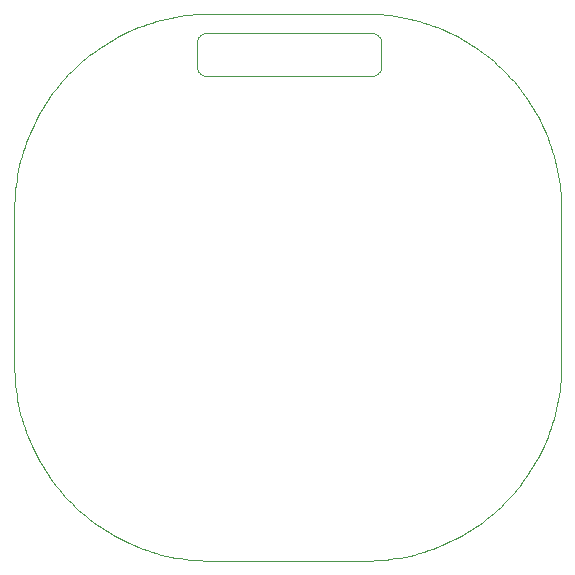
<source format=gbr>
G04 #@! TF.GenerationSoftware,KiCad,Pcbnew,(5.1.5)-3*
G04 #@! TF.CreationDate,2020-02-02T01:24:49-05:00*
G04 #@! TF.ProjectId,Make717-PCBWay,4d616b65-3731-4372-9d50-43425761792e,rev?*
G04 #@! TF.SameCoordinates,Original*
G04 #@! TF.FileFunction,Profile,NP*
%FSLAX46Y46*%
G04 Gerber Fmt 4.6, Leading zero omitted, Abs format (unit mm)*
G04 Created by KiCad (PCBNEW (5.1.5)-3) date 2020-02-02 01:24:49*
%MOMM*%
%LPD*%
G04 APERTURE LIST*
%ADD10C,0.100000*%
G04 APERTURE END LIST*
D10*
X117587500Y-88900350D02*
X117592910Y-88472654D01*
X117592910Y-88472654D02*
X117609060Y-88047626D01*
X117609060Y-88047626D02*
X117635817Y-87625397D01*
X117635817Y-87625397D02*
X117673051Y-87206097D01*
X117673051Y-87206097D02*
X117720632Y-86789855D01*
X117720632Y-86789855D02*
X117778430Y-86376803D01*
X117778430Y-86376803D02*
X117846314Y-85967069D01*
X117846314Y-85967069D02*
X117924155Y-85560786D01*
X117924155Y-85560786D02*
X118011823Y-85158081D01*
X118011823Y-85158081D02*
X118109187Y-84759085D01*
X118109187Y-84759085D02*
X118216117Y-84363930D01*
X118216117Y-84363930D02*
X118332483Y-83972745D01*
X118332483Y-83972745D02*
X118458154Y-83585659D01*
X118458154Y-83585659D02*
X118593002Y-83202804D01*
X118593002Y-83202804D02*
X118736895Y-82824309D01*
X118736895Y-82824309D02*
X118889703Y-82450304D01*
X118889703Y-82450304D02*
X119051297Y-82080920D01*
X119051297Y-82080920D02*
X119221545Y-81716287D01*
X119221545Y-81716287D02*
X119400319Y-81356534D01*
X119400319Y-81356534D02*
X119587488Y-81001793D01*
X119587488Y-81001793D02*
X119782921Y-80652193D01*
X119782921Y-80652193D02*
X119986488Y-80307864D01*
X119986488Y-80307864D02*
X120198060Y-79968937D01*
X120198060Y-79968937D02*
X120417507Y-79635541D01*
X120417507Y-79635541D02*
X120644697Y-79307807D01*
X120644697Y-79307807D02*
X120879501Y-78985864D01*
X120879501Y-78985864D02*
X121121789Y-78669844D01*
X121121789Y-78669844D02*
X121371431Y-78359876D01*
X121371431Y-78359876D02*
X121628296Y-78056091D01*
X121628296Y-78056091D02*
X121892255Y-77758618D01*
X121892255Y-77758618D02*
X122163176Y-77467587D01*
X122163176Y-77467587D02*
X122440931Y-77183129D01*
X122440931Y-77183129D02*
X122725389Y-76905375D01*
X122725389Y-76905375D02*
X123016419Y-76634453D01*
X123016419Y-76634453D02*
X123313893Y-76370494D01*
X123313893Y-76370494D02*
X123617678Y-76113629D01*
X123617678Y-76113629D02*
X123927646Y-75863987D01*
X123927646Y-75863987D02*
X124243666Y-75621699D01*
X124243666Y-75621699D02*
X124565608Y-75386895D01*
X124565608Y-75386895D02*
X124893343Y-75159705D01*
X124893343Y-75159705D02*
X125226738Y-74940259D01*
X125226738Y-74940259D02*
X125565666Y-74728687D01*
X125565666Y-74728687D02*
X125909995Y-74525119D01*
X125909995Y-74525119D02*
X126259595Y-74329686D01*
X126259595Y-74329686D02*
X126614337Y-74142518D01*
X126614337Y-74142518D02*
X126974089Y-73963744D01*
X126974089Y-73963744D02*
X127338723Y-73793495D01*
X127338723Y-73793495D02*
X127708107Y-73631902D01*
X127708107Y-73631902D02*
X128082112Y-73479094D01*
X128082112Y-73479094D02*
X128460607Y-73335201D01*
X128460607Y-73335201D02*
X128843462Y-73200353D01*
X128843462Y-73200353D02*
X129230547Y-73074682D01*
X129230547Y-73074682D02*
X129621733Y-72958316D01*
X129621733Y-72958316D02*
X130016888Y-72851386D01*
X130016888Y-72851386D02*
X130415884Y-72754026D01*
X130415884Y-72754026D02*
X130818588Y-72666356D01*
X130818588Y-72666356D02*
X131224872Y-72588516D01*
X131224872Y-72588516D02*
X131634606Y-72520626D01*
X131634606Y-72520626D02*
X132047657Y-72462826D01*
X132047657Y-72462826D02*
X132463898Y-72415246D01*
X132463898Y-72415246D02*
X132883199Y-72378016D01*
X132883199Y-72378016D02*
X133305429Y-72351256D01*
X133305429Y-72351256D02*
X133730456Y-72335106D01*
X133730456Y-72335106D02*
X134158152Y-72329706D01*
X134158152Y-72329706D02*
X147325731Y-72329706D01*
X147325731Y-72329706D02*
X147753427Y-72335106D01*
X147753427Y-72335106D02*
X148178454Y-72351256D01*
X148178454Y-72351256D02*
X148600684Y-72378016D01*
X148600684Y-72378016D02*
X149019984Y-72415246D01*
X149019984Y-72415246D02*
X149436225Y-72462826D01*
X149436225Y-72462826D02*
X149849277Y-72520626D01*
X149849277Y-72520626D02*
X150259011Y-72588516D01*
X150259011Y-72588516D02*
X150665295Y-72666356D01*
X150665295Y-72666356D02*
X151067999Y-72754026D01*
X151067999Y-72754026D02*
X151466994Y-72851386D01*
X151466994Y-72851386D02*
X151862150Y-72958316D01*
X151862150Y-72958316D02*
X152253335Y-73074682D01*
X152253335Y-73074682D02*
X152640420Y-73200354D01*
X152640420Y-73200354D02*
X153023276Y-73335201D01*
X153023276Y-73335201D02*
X153401771Y-73479094D01*
X153401771Y-73479094D02*
X153775776Y-73631902D01*
X153775776Y-73631902D02*
X154145159Y-73793496D01*
X154145159Y-73793496D02*
X154509793Y-73963744D01*
X154509793Y-73963744D02*
X154869545Y-74142518D01*
X154869545Y-74142518D02*
X155224287Y-74329686D01*
X155224287Y-74329686D02*
X155573887Y-74525119D01*
X155573887Y-74525119D02*
X155918216Y-74728687D01*
X155918216Y-74728687D02*
X156257143Y-74940259D01*
X156257143Y-74940259D02*
X156590539Y-75159705D01*
X156590539Y-75159705D02*
X156918273Y-75386896D01*
X156918273Y-75386896D02*
X157240215Y-75621700D01*
X157240215Y-75621700D02*
X157556235Y-75863988D01*
X157556235Y-75863988D02*
X157866203Y-76113629D01*
X157866203Y-76113629D02*
X158169989Y-76370495D01*
X158169989Y-76370495D02*
X158467462Y-76634453D01*
X158467462Y-76634453D02*
X158758493Y-76905375D01*
X158758493Y-76905375D02*
X159042950Y-77183130D01*
X159042950Y-77183130D02*
X159320705Y-77467588D01*
X159320705Y-77467588D02*
X159591627Y-77758618D01*
X159591627Y-77758618D02*
X159855585Y-78056091D01*
X159855585Y-78056091D02*
X160112450Y-78359877D01*
X160112450Y-78359877D02*
X160362092Y-78669845D01*
X160362092Y-78669845D02*
X160604380Y-78985865D01*
X160604380Y-78985865D02*
X160839184Y-79307807D01*
X160839184Y-79307807D02*
X161066374Y-79635541D01*
X161066374Y-79635541D02*
X161285821Y-79968937D01*
X161285821Y-79968937D02*
X161497393Y-80307864D01*
X161497393Y-80307864D02*
X161700960Y-80652193D01*
X161700960Y-80652193D02*
X161896393Y-81001794D01*
X161896393Y-81001794D02*
X162083562Y-81356535D01*
X162083562Y-81356535D02*
X162262335Y-81716287D01*
X162262335Y-81716287D02*
X162432584Y-82080920D01*
X162432584Y-82080920D02*
X162594178Y-82450304D01*
X162594178Y-82450304D02*
X162746986Y-82824309D01*
X162746986Y-82824309D02*
X162890879Y-83202804D01*
X162890879Y-83202804D02*
X163025727Y-83585659D01*
X163025727Y-83585659D02*
X163151398Y-83972745D01*
X163151398Y-83972745D02*
X163267764Y-84363930D01*
X163267764Y-84363930D02*
X163374694Y-84759086D01*
X163374694Y-84759086D02*
X163472054Y-85158081D01*
X163472054Y-85158081D02*
X163559724Y-85560785D01*
X163559724Y-85560785D02*
X163637564Y-85967070D01*
X163637564Y-85967070D02*
X163705444Y-86376803D01*
X163705444Y-86376803D02*
X163763244Y-86789855D01*
X163763244Y-86789855D02*
X163810824Y-87206097D01*
X163810824Y-87206097D02*
X163848054Y-87625397D01*
X163848054Y-87625397D02*
X163874814Y-88047626D01*
X163874814Y-88047626D02*
X163890964Y-88472654D01*
X163890964Y-88472654D02*
X163896364Y-88900350D01*
X163896364Y-88900350D02*
X163896364Y-102067924D01*
X163896364Y-102067924D02*
X163890964Y-102495620D01*
X163890964Y-102495620D02*
X163874814Y-102920648D01*
X163874814Y-102920648D02*
X163848054Y-103342877D01*
X163848054Y-103342877D02*
X163810824Y-103762177D01*
X163810824Y-103762177D02*
X163763244Y-104178418D01*
X163763244Y-104178418D02*
X163705444Y-104591471D01*
X163705444Y-104591471D02*
X163637564Y-105001204D01*
X163637564Y-105001204D02*
X163559724Y-105407488D01*
X163559724Y-105407488D02*
X163472054Y-105810192D01*
X163472054Y-105810192D02*
X163374694Y-106209187D01*
X163374694Y-106209187D02*
X163267764Y-106604343D01*
X163267764Y-106604343D02*
X163151399Y-106995528D01*
X163151399Y-106995528D02*
X163025727Y-107382614D01*
X163025727Y-107382614D02*
X162890879Y-107765469D01*
X162890879Y-107765469D02*
X162746987Y-108143964D01*
X162746987Y-108143964D02*
X162594178Y-108517968D01*
X162594178Y-108517968D02*
X162432584Y-108887352D01*
X162432584Y-108887352D02*
X162262335Y-109251985D01*
X162262335Y-109251985D02*
X162083562Y-109611738D01*
X162083562Y-109611738D02*
X161896393Y-109966479D01*
X161896393Y-109966479D02*
X161700960Y-110316079D01*
X161700960Y-110316079D02*
X161497393Y-110660408D01*
X161497393Y-110660408D02*
X161285821Y-110999335D01*
X161285821Y-110999335D02*
X161066374Y-111332731D01*
X161066374Y-111332731D02*
X160839184Y-111660465D01*
X160839184Y-111660465D02*
X160604380Y-111982407D01*
X160604380Y-111982407D02*
X160362092Y-112298427D01*
X160362092Y-112298427D02*
X160112450Y-112608395D01*
X160112450Y-112608395D02*
X159855585Y-112912180D01*
X159855585Y-112912180D02*
X159591627Y-113209654D01*
X159591627Y-113209654D02*
X159320705Y-113500684D01*
X159320705Y-113500684D02*
X159042950Y-113785142D01*
X159042950Y-113785142D02*
X158758492Y-114062896D01*
X158758492Y-114062896D02*
X158467462Y-114333818D01*
X158467462Y-114333818D02*
X158169989Y-114597776D01*
X158169989Y-114597776D02*
X157866203Y-114854642D01*
X157866203Y-114854642D02*
X157556235Y-115104283D01*
X157556235Y-115104283D02*
X157240215Y-115346571D01*
X157240215Y-115346571D02*
X156918273Y-115581375D01*
X156918273Y-115581375D02*
X156590539Y-115808565D01*
X156590539Y-115808565D02*
X156257143Y-116028012D01*
X156257143Y-116028012D02*
X155918216Y-116239584D01*
X155918216Y-116239584D02*
X155573887Y-116443151D01*
X155573887Y-116443151D02*
X155224287Y-116638584D01*
X155224287Y-116638584D02*
X154869546Y-116825753D01*
X154869546Y-116825753D02*
X154509793Y-117004526D01*
X154509793Y-117004526D02*
X154145160Y-117174775D01*
X154145160Y-117174775D02*
X153775776Y-117336368D01*
X153775776Y-117336368D02*
X153401772Y-117489176D01*
X153401772Y-117489176D02*
X153023277Y-117633069D01*
X153023277Y-117633069D02*
X152640422Y-117767917D01*
X152640422Y-117767917D02*
X152253337Y-117893588D01*
X152253337Y-117893588D02*
X151862151Y-118009954D01*
X151862151Y-118009954D02*
X151466996Y-118116884D01*
X151466996Y-118116884D02*
X151068001Y-118214244D01*
X151068001Y-118214244D02*
X150665296Y-118301914D01*
X150665296Y-118301914D02*
X150259012Y-118379754D01*
X150259012Y-118379754D02*
X149849279Y-118447644D01*
X149849279Y-118447644D02*
X149436226Y-118505444D01*
X149436226Y-118505444D02*
X149019985Y-118553024D01*
X149019985Y-118553024D02*
X148600685Y-118590254D01*
X148600685Y-118590254D02*
X148178456Y-118617004D01*
X148178456Y-118617004D02*
X147753428Y-118633154D01*
X147753428Y-118633154D02*
X147325733Y-118638554D01*
X147325733Y-118638554D02*
X134158154Y-118638554D01*
X134158154Y-118638554D02*
X133730458Y-118633154D01*
X133730458Y-118633154D02*
X133305430Y-118617004D01*
X133305430Y-118617004D02*
X132883202Y-118590254D01*
X132883202Y-118590254D02*
X132463901Y-118553024D01*
X132463901Y-118553024D02*
X132047660Y-118505444D01*
X132047660Y-118505444D02*
X131634607Y-118447644D01*
X131634607Y-118447644D02*
X131224873Y-118379764D01*
X131224873Y-118379764D02*
X130818589Y-118301924D01*
X130818589Y-118301924D02*
X130415885Y-118214254D01*
X130415885Y-118214254D02*
X130016890Y-118116885D01*
X130016890Y-118116885D02*
X129621734Y-118009954D01*
X129621734Y-118009954D02*
X129230549Y-117893589D01*
X129230549Y-117893589D02*
X128843463Y-117767917D01*
X128843463Y-117767917D02*
X128460608Y-117633070D01*
X128460608Y-117633070D02*
X128082113Y-117489177D01*
X128082113Y-117489177D02*
X127708108Y-117336369D01*
X127708108Y-117336369D02*
X127338724Y-117174775D01*
X127338724Y-117174775D02*
X126974091Y-117004526D01*
X126974091Y-117004526D02*
X126614339Y-116825753D01*
X126614339Y-116825753D02*
X126259598Y-116638585D01*
X126259598Y-116638585D02*
X125909998Y-116443152D01*
X125909998Y-116443152D02*
X125565668Y-116239584D01*
X125565668Y-116239584D02*
X125226741Y-116028012D01*
X125226741Y-116028012D02*
X124893345Y-115808566D01*
X124893345Y-115808566D02*
X124565611Y-115581376D01*
X124565611Y-115581376D02*
X124243669Y-115346572D01*
X124243669Y-115346572D02*
X123927649Y-115104284D01*
X123927649Y-115104284D02*
X123617681Y-114854642D01*
X123617681Y-114854642D02*
X123313895Y-114597777D01*
X123313895Y-114597777D02*
X123016422Y-114333819D01*
X123016422Y-114333819D02*
X122725392Y-114062897D01*
X122725392Y-114062897D02*
X122440934Y-113785142D01*
X122440934Y-113785142D02*
X122163179Y-113500685D01*
X122163179Y-113500685D02*
X121892257Y-113209654D01*
X121892257Y-113209654D02*
X121628299Y-112912181D01*
X121628299Y-112912181D02*
X121371434Y-112608396D01*
X121371434Y-112608396D02*
X121121792Y-112298428D01*
X121121792Y-112298428D02*
X120879504Y-111982408D01*
X120879504Y-111982408D02*
X120644700Y-111660466D01*
X120644700Y-111660466D02*
X120417509Y-111332732D01*
X120417509Y-111332732D02*
X120198063Y-110999336D01*
X120198063Y-110999336D02*
X119986491Y-110660409D01*
X119986491Y-110660409D02*
X119782923Y-110316080D01*
X119782923Y-110316080D02*
X119587490Y-109966480D01*
X119587490Y-109966480D02*
X119400322Y-109611738D01*
X119400322Y-109611738D02*
X119221548Y-109251986D01*
X119221548Y-109251986D02*
X119051299Y-108887353D01*
X119051299Y-108887353D02*
X118889706Y-108517969D01*
X118889706Y-108517969D02*
X118736897Y-108143964D01*
X118736897Y-108143964D02*
X118593004Y-107765470D01*
X118593004Y-107765470D02*
X118458157Y-107382614D01*
X118458157Y-107382614D02*
X118332485Y-106995529D01*
X118332485Y-106995529D02*
X118216119Y-106604343D01*
X118216119Y-106604343D02*
X118109189Y-106209188D01*
X118109189Y-106209188D02*
X118011825Y-105810193D01*
X118011825Y-105810193D02*
X117924158Y-105407488D01*
X117924158Y-105407488D02*
X117846317Y-105001204D01*
X117846317Y-105001204D02*
X117778432Y-104591471D01*
X117778432Y-104591471D02*
X117720634Y-104178418D01*
X117720634Y-104178418D02*
X117673053Y-103762177D01*
X117673053Y-103762177D02*
X117635819Y-103342877D01*
X117635819Y-103342877D02*
X117609062Y-102920648D01*
X117609062Y-102920648D02*
X117592912Y-102495620D01*
X117592912Y-102495620D02*
X117587500Y-102067925D01*
X117587500Y-102067925D02*
X117587500Y-88900350D01*
X117587500Y-88900350D02*
X117587500Y-88900350D01*
X133038138Y-74798387D02*
X133042238Y-74714827D01*
X133042238Y-74714827D02*
X133054498Y-74632677D01*
X133054498Y-74632677D02*
X133074648Y-74552497D01*
X133074648Y-74552497D02*
X133102458Y-74474847D01*
X133102458Y-74474847D02*
X133137698Y-74400277D01*
X133137698Y-74400277D02*
X133180148Y-74329337D01*
X133180148Y-74329337D02*
X133229568Y-74262587D01*
X133229568Y-74262587D02*
X133285728Y-74200577D01*
X133285728Y-74200577D02*
X133347738Y-74144417D01*
X133347738Y-74144417D02*
X133414488Y-74094997D01*
X133414488Y-74094997D02*
X133485428Y-74052547D01*
X133485428Y-74052547D02*
X133559998Y-74017307D01*
X133559998Y-74017307D02*
X133637648Y-73989497D01*
X133637648Y-73989497D02*
X133717828Y-73969347D01*
X133717828Y-73969347D02*
X133799978Y-73957087D01*
X133799978Y-73957087D02*
X133883538Y-73952987D01*
X133883538Y-73952987D02*
X147817012Y-73952987D01*
X147817012Y-73952987D02*
X147900572Y-73957087D01*
X147900572Y-73957087D02*
X147982722Y-73969347D01*
X147982722Y-73969347D02*
X148062902Y-73989497D01*
X148062902Y-73989497D02*
X148140552Y-74017307D01*
X148140552Y-74017307D02*
X148215122Y-74052547D01*
X148215122Y-74052547D02*
X148286062Y-74094997D01*
X148286062Y-74094997D02*
X148352812Y-74144417D01*
X148352812Y-74144417D02*
X148414822Y-74200577D01*
X148414822Y-74200577D02*
X148470982Y-74262587D01*
X148470982Y-74262587D02*
X148520402Y-74329337D01*
X148520402Y-74329337D02*
X148562852Y-74400277D01*
X148562852Y-74400277D02*
X148598092Y-74474847D01*
X148598092Y-74474847D02*
X148625902Y-74552497D01*
X148625902Y-74552497D02*
X148646052Y-74632677D01*
X148646052Y-74632677D02*
X148658312Y-74714827D01*
X148658312Y-74714827D02*
X148662412Y-74798387D01*
X148662412Y-74798387D02*
X148662412Y-76759810D01*
X148662412Y-76759810D02*
X148658312Y-76843370D01*
X148658312Y-76843370D02*
X148646052Y-76925520D01*
X148646052Y-76925520D02*
X148625902Y-77005700D01*
X148625902Y-77005700D02*
X148598092Y-77083350D01*
X148598092Y-77083350D02*
X148562852Y-77157920D01*
X148562852Y-77157920D02*
X148520402Y-77228860D01*
X148520402Y-77228860D02*
X148470982Y-77295610D01*
X148470982Y-77295610D02*
X148414822Y-77357620D01*
X148414822Y-77357620D02*
X148352812Y-77413780D01*
X148352812Y-77413780D02*
X148286062Y-77463200D01*
X148286062Y-77463200D02*
X148215122Y-77505650D01*
X148215122Y-77505650D02*
X148140552Y-77540890D01*
X148140552Y-77540890D02*
X148062902Y-77568700D01*
X148062902Y-77568700D02*
X147982722Y-77588850D01*
X147982722Y-77588850D02*
X147900572Y-77601110D01*
X147900572Y-77601110D02*
X147817012Y-77605210D01*
X147817012Y-77605210D02*
X133883580Y-77605210D01*
X133883580Y-77605210D02*
X133800020Y-77601110D01*
X133800020Y-77601110D02*
X133717870Y-77588850D01*
X133717870Y-77588850D02*
X133637690Y-77568700D01*
X133637690Y-77568700D02*
X133560040Y-77540890D01*
X133560040Y-77540890D02*
X133485470Y-77505650D01*
X133485470Y-77505650D02*
X133414530Y-77463200D01*
X133414530Y-77463200D02*
X133347780Y-77413780D01*
X133347780Y-77413780D02*
X133285770Y-77357620D01*
X133285770Y-77357620D02*
X133229610Y-77295610D01*
X133229610Y-77295610D02*
X133180190Y-77228860D01*
X133180190Y-77228860D02*
X133137740Y-77157920D01*
X133137740Y-77157920D02*
X133102500Y-77083350D01*
X133102500Y-77083350D02*
X133074690Y-77005700D01*
X133074690Y-77005700D02*
X133054540Y-76925520D01*
X133054540Y-76925520D02*
X133042280Y-76843370D01*
X133042280Y-76843370D02*
X133038180Y-76759810D01*
X133038180Y-76759810D02*
X133038180Y-74798387D01*
X133038180Y-74798387D02*
X133038138Y-74798387D01*
M02*

</source>
